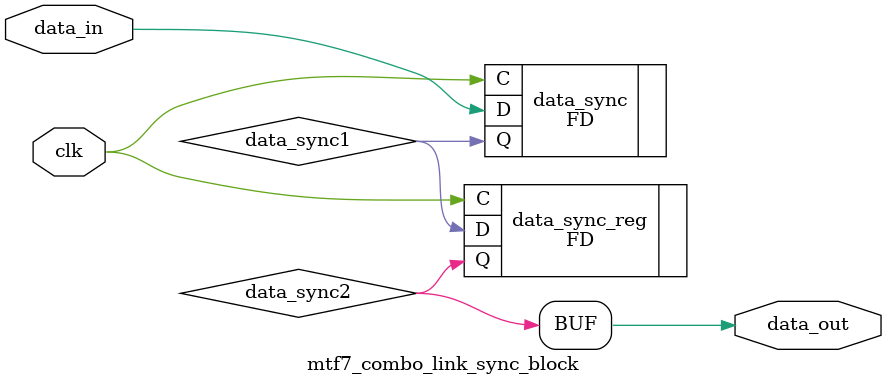
<source format=sv>




`timescale 1ps / 1ps

module mtf7_combo_link_sync_block #(
  parameter INITIALISE = 2'b00
)
(
  input        clk,              // clock to be sync'ed to
  input        data_in,          // Data to be 'synced'
  output       data_out          // synced data
);

  // Internal Signals
  wire data_sync1;
  wire data_sync2;


  (* shreg_extract = "no", ASYNC_REG = "TRUE" *)
  FD #(
    .INIT (INITIALISE[0])
  ) data_sync (
    .C  (clk),
    .D  (data_in),
    .Q  (data_sync1)
  );


  (* shreg_extract = "no", ASYNC_REG = "TRUE" *)
  FD #(
   .INIT (INITIALISE[1])
  ) data_sync_reg (
  .C  (clk),
  .D  (data_sync1),
  .Q  (data_sync2)
  );


  assign data_out = data_sync2;


endmodule



</source>
